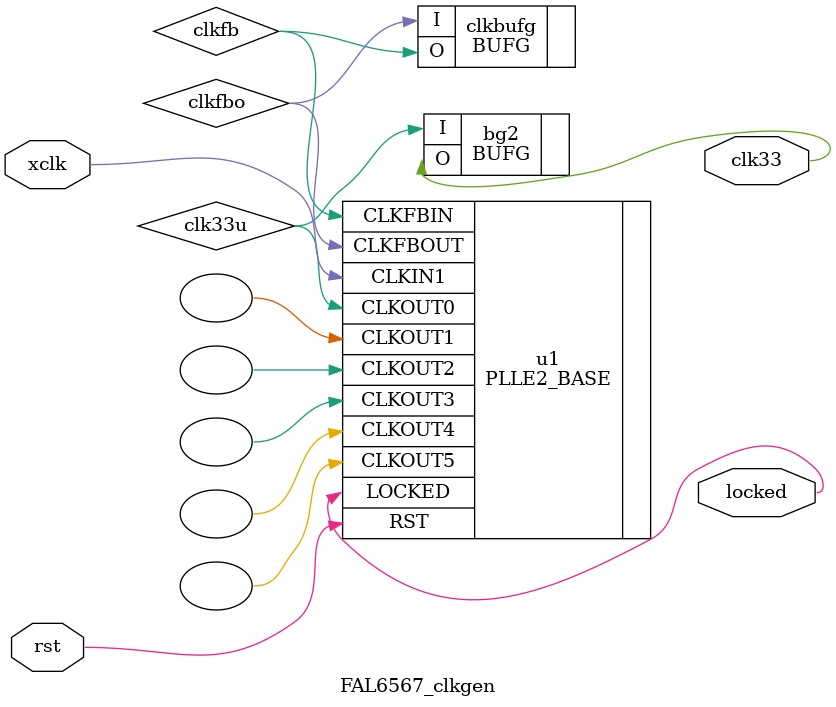
<source format=v>
module FAL6567_clkgen(rst, xclk, clk33, locked);
input rst;
input xclk;
output clk33;
output locked;

BUFG bg2 (.I(clk33u), 	.O(clk33) );
wire clkfb,clkfbo;
BUFG clkbufg (.I(clkfbo), .O(clkfb));

PLLE2_BASE u1
(
    .RST(rst),
    .CLKIN1(xclk),
    .CLKFBIN(clkfb),
    .CLKFBOUT(clkfbo),
    .LOCKED(locked),
    .CLKOUT0(clk33u),
    .CLKOUT1(),
    .CLKOUT2(),
    .CLKOUT3(),
    .CLKOUT4(),
    .CLKOUT5()
);
defparam u1.CLKFBOUT_MULT = 12;     // must place VCO frequency 800-1600 MHz (1200)
defparam u1.CLKOUT0_DIVIDE = 36;
defparam u1.CLKIN1_PERIOD = 10;

endmodule

</source>
